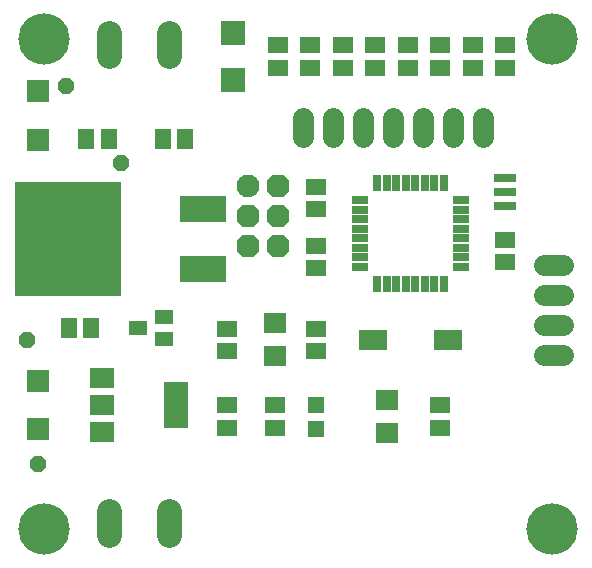
<source format=gbr>
G04 EAGLE Gerber RS-274X export*
G75*
%MOMM*%
%FSLAX34Y34*%
%LPD*%
%INSoldermask Top*%
%IPPOS*%
%AMOC8*
5,1,8,0,0,1.08239X$1,22.5*%
G01*
%ADD10R,1.652400X1.452400*%
%ADD11C,1.768400*%
%ADD12C,1.930400*%
%ADD13P,2.089446X8X292.500000*%
%ADD14R,1.552400X1.152400*%
%ADD15R,1.352400X1.352400*%
%ADD16R,2.152400X1.652400*%
%ADD17R,2.152400X3.952400*%
%ADD18R,1.952400X1.752400*%
%ADD19C,2.152400*%
%ADD20R,1.852400X1.952400*%
%ADD21R,1.452400X1.652400*%
%ADD22R,3.962400X2.235200*%
%ADD23R,9.042400X9.652400*%
%ADD24R,2.452400X1.752400*%
%ADD25R,2.152400X2.152400*%
%ADD26R,1.422400X0.652400*%
%ADD27R,0.652400X1.422400*%
%ADD28R,1.952400X0.652400*%
%ADD29C,4.352400*%
%ADD30P,1.463824X8X22.500000*%


D10*
X260000Y430500D03*
X260000Y449500D03*
X315000Y430500D03*
X315000Y449500D03*
X370000Y430500D03*
X370000Y449500D03*
X425000Y430500D03*
X425000Y449500D03*
X232500Y430500D03*
X232500Y449500D03*
X287500Y430500D03*
X287500Y449500D03*
X342500Y430500D03*
X342500Y449500D03*
X397500Y430500D03*
X397500Y449500D03*
X370000Y125500D03*
X370000Y144500D03*
D11*
X458170Y263100D02*
X474330Y263100D01*
X474330Y237700D02*
X458170Y237700D01*
X458170Y212300D02*
X474330Y212300D01*
X474330Y186900D02*
X458170Y186900D01*
D10*
X425000Y265500D03*
X425000Y284500D03*
X265000Y209500D03*
X265000Y190500D03*
D12*
X207300Y330400D03*
D13*
X207300Y305000D03*
X207300Y279600D03*
X232700Y330400D03*
X232700Y305000D03*
X232700Y279600D03*
D10*
X265000Y329500D03*
X265000Y310500D03*
X265000Y279500D03*
X265000Y260500D03*
D14*
X114000Y210000D03*
X136000Y219500D03*
X136000Y200500D03*
D15*
X265000Y145100D03*
X265000Y124100D03*
D16*
X83500Y168000D03*
X83500Y145000D03*
X83500Y122000D03*
D17*
X146500Y145000D03*
D18*
X325000Y121000D03*
X325000Y149000D03*
D10*
X230000Y144500D03*
X230000Y125500D03*
D19*
X89854Y55000D02*
X89854Y35000D01*
X140146Y35000D02*
X140146Y55000D01*
D10*
X190000Y125500D03*
X190000Y144500D03*
X190000Y190500D03*
X190000Y209500D03*
D20*
X30000Y165500D03*
X30000Y124500D03*
D21*
X55500Y210000D03*
X74500Y210000D03*
D22*
X168900Y259600D03*
X168900Y310400D03*
D23*
X54600Y285000D03*
D20*
X30000Y410500D03*
X30000Y369500D03*
D21*
X89500Y370000D03*
X70500Y370000D03*
D19*
X140146Y440000D02*
X140146Y460000D01*
X89854Y460000D02*
X89854Y440000D01*
D11*
X253800Y388080D02*
X253800Y371920D01*
X279200Y371920D02*
X279200Y388080D01*
X304600Y388080D02*
X304600Y371920D01*
X330000Y371920D02*
X330000Y388080D01*
X355400Y388080D02*
X355400Y371920D01*
X380800Y371920D02*
X380800Y388080D01*
X406200Y388080D02*
X406200Y371920D01*
D21*
X135500Y370000D03*
X154500Y370000D03*
D24*
X313500Y200000D03*
X376500Y200000D03*
D18*
X230000Y186000D03*
X230000Y214000D03*
D25*
X195000Y420000D03*
X195000Y460000D03*
D26*
X387926Y262000D03*
X387926Y270000D03*
X387926Y278000D03*
X387926Y286000D03*
X387926Y294000D03*
X387926Y302000D03*
X387926Y310000D03*
X387926Y318000D03*
D27*
X373000Y332926D03*
X365000Y332926D03*
X357000Y332926D03*
X349000Y332926D03*
X341000Y332926D03*
X333000Y332926D03*
X325000Y332926D03*
X317000Y332926D03*
D26*
X302074Y318000D03*
X302074Y310000D03*
X302074Y302000D03*
X302074Y294000D03*
X302074Y286000D03*
X302074Y278000D03*
X302074Y270000D03*
X302074Y262000D03*
D27*
X317000Y247074D03*
X325000Y247074D03*
X333000Y247074D03*
X341000Y247074D03*
X349000Y247074D03*
X357000Y247074D03*
X365000Y247074D03*
X373000Y247074D03*
D28*
X425000Y325000D03*
X425000Y337000D03*
X425000Y313000D03*
D29*
X35000Y455000D03*
X465000Y455000D03*
X35000Y40000D03*
X465000Y40000D03*
D30*
X30000Y95000D03*
X20000Y200000D03*
X53750Y415000D03*
X100000Y350000D03*
M02*

</source>
